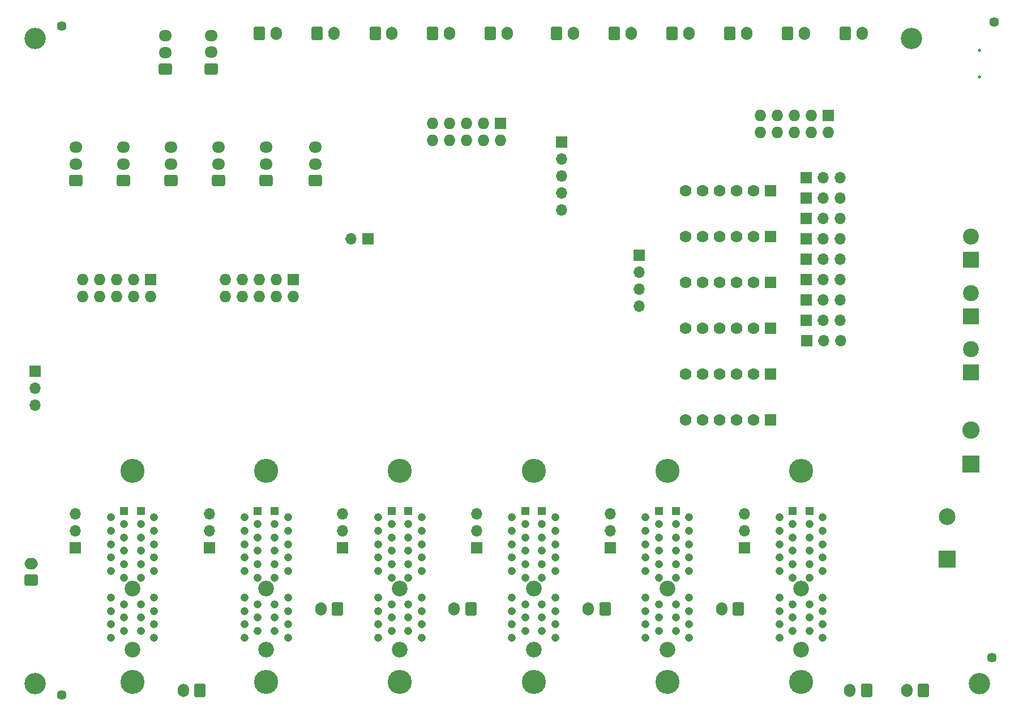
<source format=gbs>
%TF.GenerationSoftware,KiCad,Pcbnew,5.99.0-unknown-43a4cf795~104~ubuntu20.04.1*%
%TF.CreationDate,2020-11-14T20:18:23-08:00*%
%TF.ProjectId,PrntrBoardV2,50726e74-7242-46f6-9172-6456322e6b69,rev?*%
%TF.SameCoordinates,PX160b110PY9be08a8*%
%TF.FileFunction,Soldermask,Bot*%
%TF.FilePolarity,Negative*%
%FSLAX46Y46*%
G04 Gerber Fmt 4.6, Leading zero omitted, Abs format (unit mm)*
G04 Created by KiCad (PCBNEW 5.99.0-unknown-43a4cf795~104~ubuntu20.04.1) date 2020-11-14 20:18:23*
%MOMM*%
%LPD*%
G01*
G04 APERTURE LIST*
G04 Aperture macros list*
%AMRoundRect*
0 Rectangle with rounded corners*
0 $1 Rounding radius*
0 $2 $3 $4 $5 $6 $7 $8 $9 X,Y pos of 4 corners*
0 Add a 4 corners polygon primitive as box body*
4,1,4,$2,$3,$4,$5,$6,$7,$8,$9,$2,$3,0*
0 Add four circle primitives for the rounded corners*
1,1,$1+$1,$2,$3,0*
1,1,$1+$1,$4,$5,0*
1,1,$1+$1,$6,$7,0*
1,1,$1+$1,$8,$9,0*
0 Add four rect primitives between the rounded corners*
20,1,$1+$1,$2,$3,$4,$5,0*
20,1,$1+$1,$4,$5,$6,$7,0*
20,1,$1+$1,$6,$7,$8,$9,0*
20,1,$1+$1,$8,$9,$2,$3,0*%
G04 Aperture macros list end*
%ADD10C,3.200000*%
%ADD11R,1.727200X1.727200*%
%ADD12O,1.727200X1.727200*%
%ADD13C,0.500000*%
%ADD14RoundRect,0.250000X-0.600000X-0.750000X0.600000X-0.750000X0.600000X0.750000X-0.600000X0.750000X0*%
%ADD15O,1.700000X2.000000*%
%ADD16R,2.600000X2.600000*%
%ADD17C,2.600000*%
%ADD18R,2.400000X2.400000*%
%ADD19C,2.400000*%
%ADD20R,1.700000X1.700000*%
%ADD21O,1.700000X1.700000*%
%ADD22R,2.500000X2.500000*%
%ADD23C,2.500000*%
%ADD24C,3.600000*%
%ADD25R,1.208000X1.208000*%
%ADD26C,1.208000*%
%ADD27C,2.350000*%
%ADD28RoundRect,0.250000X0.725000X-0.600000X0.725000X0.600000X-0.725000X0.600000X-0.725000X-0.600000X0*%
%ADD29O,1.950000X1.700000*%
%ADD30R,1.778000X1.778000*%
%ADD31C,1.778000*%
%ADD32RoundRect,0.250000X0.600000X0.750000X-0.600000X0.750000X-0.600000X-0.750000X0.600000X-0.750000X0*%
%ADD33RoundRect,0.250000X0.750000X-0.600000X0.750000X0.600000X-0.750000X0.600000X-0.750000X-0.600000X0*%
%ADD34O,2.000000X1.700000*%
%ADD35C,1.448000*%
G04 APERTURE END LIST*
D10*
X3810000Y3937000D03*
X3810000Y100457000D03*
X134874000Y100457000D03*
D11*
X42418000Y64389000D03*
D12*
X42418000Y61849000D03*
X39878000Y64389000D03*
X39878000Y61849000D03*
X37338000Y64389000D03*
X37338000Y61849000D03*
X34798000Y64389000D03*
X34798000Y61849000D03*
X32258000Y64389000D03*
X32258000Y61849000D03*
D11*
X21031200Y64389000D03*
D12*
X21031200Y61849000D03*
X18491200Y64389000D03*
X18491200Y61849000D03*
X15951200Y64389000D03*
X15951200Y61849000D03*
X13411200Y64389000D03*
X13411200Y61849000D03*
X10871200Y64389000D03*
X10871200Y61849000D03*
D13*
X145036400Y98697800D03*
X145036400Y94697800D03*
D14*
X71882000Y101219000D03*
D15*
X74382000Y101219000D03*
D16*
X143764000Y36830000D03*
D17*
X143764000Y41910000D03*
D18*
X143764000Y67366000D03*
D19*
X143764000Y70866000D03*
D20*
X119150200Y55245000D03*
D21*
X121690200Y55245000D03*
X124230200Y55245000D03*
D20*
X119126000Y64389000D03*
D21*
X121666000Y64389000D03*
X124206000Y64389000D03*
D20*
X119126000Y73533000D03*
D21*
X121666000Y73533000D03*
X124206000Y73533000D03*
D20*
X119126000Y58293000D03*
D21*
X121666000Y58293000D03*
X124206000Y58293000D03*
D20*
X119126000Y67437000D03*
D21*
X121666000Y67437000D03*
X124206000Y67437000D03*
D20*
X119126000Y76581000D03*
D21*
X121666000Y76581000D03*
X124206000Y76581000D03*
D20*
X119126000Y61341000D03*
D21*
X121666000Y61341000D03*
X124206000Y61341000D03*
D20*
X119126000Y70485000D03*
D21*
X121666000Y70485000D03*
X124206000Y70485000D03*
D20*
X119126000Y79629000D03*
D21*
X121666000Y79629000D03*
X124206000Y79629000D03*
D14*
X37338000Y101219000D03*
D15*
X39838000Y101219000D03*
D18*
X143764000Y50546000D03*
D19*
X143764000Y54046000D03*
D14*
X45974000Y101219000D03*
D15*
X48474000Y101219000D03*
D14*
X54650000Y101219000D03*
D15*
X57150000Y101219000D03*
D18*
X143764000Y58928000D03*
D19*
X143764000Y62428000D03*
D14*
X63246000Y101219000D03*
D15*
X65746000Y101219000D03*
D22*
X140208000Y22606000D03*
D23*
X140208000Y28956000D03*
D20*
X94107000Y68072000D03*
D21*
X94107000Y65532000D03*
X94107000Y62992000D03*
X94107000Y60452000D03*
D24*
X18342000Y35831000D03*
X18342000Y4181000D03*
D25*
X19592000Y29831000D03*
D26*
X21592000Y28831000D03*
X19592000Y27831000D03*
X21592000Y26831000D03*
X19592000Y25831000D03*
X21592000Y24831000D03*
X19592000Y23831000D03*
X21592000Y22831000D03*
X19592000Y21831000D03*
X21592000Y20831000D03*
X19592000Y19831000D03*
X21592000Y16831000D03*
X19592000Y15831000D03*
X21592000Y14831000D03*
X19592000Y13831000D03*
X21592000Y12831000D03*
X19592000Y11831000D03*
X21592000Y10831000D03*
D25*
X17092000Y29831000D03*
D26*
X15092000Y28831000D03*
X17092000Y27831000D03*
X15092000Y26831000D03*
X17092000Y25831000D03*
X15092000Y24831000D03*
X17092000Y23831000D03*
X15092000Y22831000D03*
X17092000Y21831000D03*
X15092000Y20831000D03*
X17092000Y19831000D03*
X15092000Y16831000D03*
X17092000Y15831000D03*
X15092000Y14831000D03*
X17092000Y13831000D03*
X15092000Y12831000D03*
X17092000Y11831000D03*
X15092000Y10831000D03*
D27*
X18342000Y9031000D03*
X18342000Y18181000D03*
D24*
X38342000Y4181000D03*
X38342000Y35831000D03*
D25*
X39592000Y29831000D03*
D26*
X41592000Y28831000D03*
X39592000Y27831000D03*
X41592000Y26831000D03*
X39592000Y25831000D03*
X41592000Y24831000D03*
X39592000Y23831000D03*
X41592000Y22831000D03*
X39592000Y21831000D03*
X41592000Y20831000D03*
X39592000Y19831000D03*
X41592000Y16831000D03*
X39592000Y15831000D03*
X41592000Y14831000D03*
X39592000Y13831000D03*
X41592000Y12831000D03*
X39592000Y11831000D03*
X41592000Y10831000D03*
D25*
X37092000Y29831000D03*
D26*
X35092000Y28831000D03*
X37092000Y27831000D03*
X35092000Y26831000D03*
X37092000Y25831000D03*
X35092000Y24831000D03*
X37092000Y23831000D03*
X35092000Y22831000D03*
X37092000Y21831000D03*
X35092000Y20831000D03*
X37092000Y19831000D03*
X35092000Y16831000D03*
X37092000Y15831000D03*
X35092000Y14831000D03*
X37092000Y13831000D03*
X35092000Y12831000D03*
X37092000Y11831000D03*
X35092000Y10831000D03*
D27*
X38342000Y18181000D03*
X38342000Y9031000D03*
D24*
X58342000Y4181000D03*
X58342000Y35831000D03*
D25*
X59592000Y29831000D03*
D26*
X61592000Y28831000D03*
X59592000Y27831000D03*
X61592000Y26831000D03*
X59592000Y25831000D03*
X61592000Y24831000D03*
X59592000Y23831000D03*
X61592000Y22831000D03*
X59592000Y21831000D03*
X61592000Y20831000D03*
X59592000Y19831000D03*
X61592000Y16831000D03*
X59592000Y15831000D03*
X61592000Y14831000D03*
X59592000Y13831000D03*
X61592000Y12831000D03*
X59592000Y11831000D03*
X61592000Y10831000D03*
D25*
X57092000Y29831000D03*
D26*
X55092000Y28831000D03*
X57092000Y27831000D03*
X55092000Y26831000D03*
X57092000Y25831000D03*
X55092000Y24831000D03*
X57092000Y23831000D03*
X55092000Y22831000D03*
X57092000Y21831000D03*
X55092000Y20831000D03*
X57092000Y19831000D03*
X55092000Y16831000D03*
X57092000Y15831000D03*
X55092000Y14831000D03*
X57092000Y13831000D03*
X55092000Y12831000D03*
X57092000Y11831000D03*
X55092000Y10831000D03*
D27*
X58342000Y18181000D03*
X58342000Y9031000D03*
D24*
X78342000Y35831000D03*
X78342000Y4181000D03*
D25*
X79592000Y29831000D03*
D26*
X81592000Y28831000D03*
X79592000Y27831000D03*
X81592000Y26831000D03*
X79592000Y25831000D03*
X81592000Y24831000D03*
X79592000Y23831000D03*
X81592000Y22831000D03*
X79592000Y21831000D03*
X81592000Y20831000D03*
X79592000Y19831000D03*
X81592000Y16831000D03*
X79592000Y15831000D03*
X81592000Y14831000D03*
X79592000Y13831000D03*
X81592000Y12831000D03*
X79592000Y11831000D03*
X81592000Y10831000D03*
D25*
X77092000Y29831000D03*
D26*
X75092000Y28831000D03*
X77092000Y27831000D03*
X75092000Y26831000D03*
X77092000Y25831000D03*
X75092000Y24831000D03*
X77092000Y23831000D03*
X75092000Y22831000D03*
X77092000Y21831000D03*
X75092000Y20831000D03*
X77092000Y19831000D03*
X75092000Y16831000D03*
X77092000Y15831000D03*
X75092000Y14831000D03*
X77092000Y13831000D03*
X75092000Y12831000D03*
X77092000Y11831000D03*
X75092000Y10831000D03*
D27*
X78342000Y9031000D03*
X78342000Y18181000D03*
D24*
X98342000Y35831000D03*
X98342000Y4181000D03*
D25*
X99592000Y29831000D03*
D26*
X101592000Y28831000D03*
X99592000Y27831000D03*
X101592000Y26831000D03*
X99592000Y25831000D03*
X101592000Y24831000D03*
X99592000Y23831000D03*
X101592000Y22831000D03*
X99592000Y21831000D03*
X101592000Y20831000D03*
X99592000Y19831000D03*
X101592000Y16831000D03*
X99592000Y15831000D03*
X101592000Y14831000D03*
X99592000Y13831000D03*
X101592000Y12831000D03*
X99592000Y11831000D03*
X101592000Y10831000D03*
D25*
X97092000Y29831000D03*
D26*
X95092000Y28831000D03*
X97092000Y27831000D03*
X95092000Y26831000D03*
X97092000Y25831000D03*
X95092000Y24831000D03*
X97092000Y23831000D03*
X95092000Y22831000D03*
X97092000Y21831000D03*
X95092000Y20831000D03*
X97092000Y19831000D03*
X95092000Y16831000D03*
X97092000Y15831000D03*
X95092000Y14831000D03*
X97092000Y13831000D03*
X95092000Y12831000D03*
X97092000Y11831000D03*
X95092000Y10831000D03*
D27*
X98342000Y18181000D03*
X98342000Y9031000D03*
D24*
X118342000Y35831000D03*
X118342000Y4181000D03*
D25*
X119592000Y29831000D03*
D26*
X121592000Y28831000D03*
X119592000Y27831000D03*
X121592000Y26831000D03*
X119592000Y25831000D03*
X121592000Y24831000D03*
X119592000Y23831000D03*
X121592000Y22831000D03*
X119592000Y21831000D03*
X121592000Y20831000D03*
X119592000Y19831000D03*
X121592000Y16831000D03*
X119592000Y15831000D03*
X121592000Y14831000D03*
X119592000Y13831000D03*
X121592000Y12831000D03*
X119592000Y11831000D03*
X121592000Y10831000D03*
D25*
X117092000Y29831000D03*
D26*
X115092000Y28831000D03*
X117092000Y27831000D03*
X115092000Y26831000D03*
X117092000Y25831000D03*
X115092000Y24831000D03*
X117092000Y23831000D03*
X115092000Y22831000D03*
X117092000Y21831000D03*
X115092000Y20831000D03*
X117092000Y19831000D03*
X115092000Y16831000D03*
X117092000Y15831000D03*
X115092000Y14831000D03*
X117092000Y13831000D03*
X115092000Y12831000D03*
X117092000Y11831000D03*
X115092000Y10831000D03*
D27*
X118342000Y9031000D03*
X118342000Y18181000D03*
D20*
X82550000Y84963000D03*
D21*
X82550000Y82423000D03*
X82550000Y79883000D03*
X82550000Y77343000D03*
X82550000Y74803000D03*
D14*
X81788000Y101219000D03*
D15*
X84288000Y101219000D03*
D14*
X90424000Y101219000D03*
D15*
X92924000Y101219000D03*
D14*
X99060000Y101219000D03*
D15*
X101560000Y101219000D03*
D14*
X107696000Y101219000D03*
D15*
X110196000Y101219000D03*
D14*
X116332000Y101219000D03*
D15*
X118832000Y101219000D03*
D14*
X124968000Y101219000D03*
D15*
X127468000Y101219000D03*
D28*
X30124400Y95925000D03*
D29*
X30124400Y98425000D03*
X30124400Y100925000D03*
D28*
X23215600Y95885000D03*
D29*
X23215600Y98385000D03*
X23215600Y100885000D03*
D28*
X38354000Y79222600D03*
D29*
X38354000Y81722600D03*
X38354000Y84222600D03*
D28*
X45669200Y79222600D03*
D29*
X45669200Y81722600D03*
X45669200Y84222600D03*
D28*
X31242000Y79222600D03*
D29*
X31242000Y81722600D03*
X31242000Y84222600D03*
D28*
X9906000Y79222600D03*
D29*
X9906000Y81722600D03*
X9906000Y84222600D03*
D28*
X17018000Y79222600D03*
D29*
X17018000Y81722600D03*
X17018000Y84222600D03*
D20*
X53594000Y70485000D03*
D21*
X51054000Y70485000D03*
D20*
X3810000Y50673000D03*
D21*
X3810000Y48133000D03*
X3810000Y45593000D03*
D20*
X9779000Y24257000D03*
D21*
X9779000Y26797000D03*
X9779000Y29337000D03*
D20*
X69850000Y24257000D03*
D21*
X69850000Y26797000D03*
X69850000Y29337000D03*
D20*
X29845000Y24257000D03*
D21*
X29845000Y26797000D03*
X29845000Y29337000D03*
D20*
X89789000Y24257000D03*
D21*
X89789000Y26797000D03*
X89789000Y29337000D03*
D20*
X109855000Y24257000D03*
D21*
X109855000Y26797000D03*
X109855000Y29337000D03*
D20*
X49784000Y24257000D03*
D21*
X49784000Y26797000D03*
X49784000Y29337000D03*
D30*
X113792000Y77724000D03*
D31*
X111252000Y77724000D03*
X108712000Y77724000D03*
X106172000Y77724000D03*
X103632000Y77724000D03*
X101092000Y77724000D03*
D30*
X113792000Y70866000D03*
D31*
X111252000Y70866000D03*
X108712000Y70866000D03*
X106172000Y70866000D03*
X103632000Y70866000D03*
X101092000Y70866000D03*
D30*
X113792000Y64008000D03*
D31*
X111252000Y64008000D03*
X108712000Y64008000D03*
X106172000Y64008000D03*
X103632000Y64008000D03*
X101092000Y64008000D03*
D30*
X113792000Y57150000D03*
D31*
X111252000Y57150000D03*
X108712000Y57150000D03*
X106172000Y57150000D03*
X103632000Y57150000D03*
X101092000Y57150000D03*
D30*
X113792000Y50292000D03*
D31*
X111252000Y50292000D03*
X108712000Y50292000D03*
X106172000Y50292000D03*
X103632000Y50292000D03*
X101092000Y50292000D03*
D30*
X113792000Y43434000D03*
D31*
X111252000Y43434000D03*
X108712000Y43434000D03*
X106172000Y43434000D03*
X103632000Y43434000D03*
X101092000Y43434000D03*
D28*
X24130000Y79222600D03*
D29*
X24130000Y81722600D03*
X24130000Y84222600D03*
D10*
X145034000Y3937000D03*
D11*
X73342500Y87820500D03*
D12*
X73342500Y85280500D03*
X70802500Y87820500D03*
X70802500Y85280500D03*
X68262500Y87820500D03*
X68262500Y85280500D03*
X65722500Y87820500D03*
X65722500Y85280500D03*
X63182500Y87820500D03*
X63182500Y85280500D03*
D32*
X49022000Y15113000D03*
D15*
X46522000Y15113000D03*
D32*
X108966000Y15113000D03*
D15*
X106466000Y15113000D03*
D32*
X28448000Y2921000D03*
D15*
X25948000Y2921000D03*
D32*
X128143000Y2921000D03*
D15*
X125643000Y2921000D03*
D32*
X68961000Y15113000D03*
D15*
X66461000Y15113000D03*
D32*
X89027000Y15113000D03*
D15*
X86527000Y15113000D03*
D32*
X136636000Y2949000D03*
D15*
X134136000Y2949000D03*
D33*
X3175000Y19431000D03*
D34*
X3175000Y21931000D03*
D11*
X122386000Y88949000D03*
D12*
X122386000Y86409000D03*
X119846000Y88949000D03*
X119846000Y86409000D03*
X117306000Y88949000D03*
X117306000Y86409000D03*
X114766000Y88949000D03*
X114766000Y86409000D03*
X112226000Y88949000D03*
X112226000Y86409000D03*
D35*
X146886000Y7849000D03*
X147186000Y102949000D03*
X7786000Y2249000D03*
X7786000Y102349000D03*
M02*

</source>
